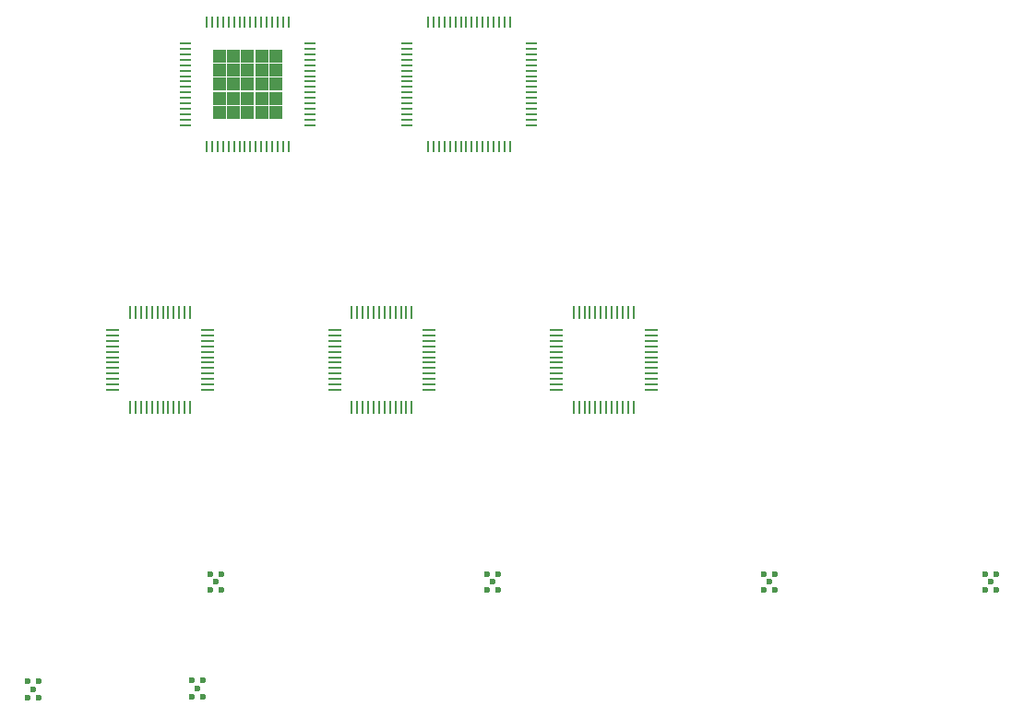
<source format=gbr>
G04 #@! TF.GenerationSoftware,KiCad,Pcbnew,(5.1.5)-3*
G04 #@! TF.CreationDate,2020-04-26T20:22:25+03:00*
G04 #@! TF.ProjectId,PCB soldering test board,50434220-736f-46c6-9465-72696e672074,rev?*
G04 #@! TF.SameCoordinates,Original*
G04 #@! TF.FileFunction,Copper,L2,Bot*
G04 #@! TF.FilePolarity,Positive*
%FSLAX46Y46*%
G04 Gerber Fmt 4.6, Leading zero omitted, Abs format (unit mm)*
G04 Created by KiCad (PCBNEW (5.1.5)-3) date 2020-04-26 20:22:25*
%MOMM*%
%LPD*%
G04 APERTURE LIST*
%ADD10R,1.300000X1.300000*%
%ADD11R,0.250000X1.000000*%
%ADD12R,1.000000X0.250000*%
%ADD13R,0.250000X1.300000*%
%ADD14R,1.300000X0.250000*%
%ADD15C,0.600000*%
G04 APERTURE END LIST*
D10*
X86762900Y-60905080D03*
X85462900Y-60905080D03*
X84162900Y-60905080D03*
X82862900Y-60905080D03*
X81562900Y-60905080D03*
X86762900Y-62205080D03*
X85462900Y-62205080D03*
X84162900Y-62205080D03*
X82862900Y-62205080D03*
X81562900Y-62205080D03*
X86762900Y-63505080D03*
X85462900Y-63505080D03*
X84162900Y-63505080D03*
X82862900Y-63505080D03*
X81562900Y-63505080D03*
X86762900Y-64805080D03*
X85462900Y-64805080D03*
X84162900Y-64805080D03*
X82862900Y-64805080D03*
X81562900Y-64805080D03*
X86762900Y-66105080D03*
X85462900Y-66105080D03*
X84162900Y-66105080D03*
X82862900Y-66105080D03*
X81562900Y-66105080D03*
D11*
X80412900Y-69205080D03*
X80912900Y-69205080D03*
X81412900Y-69205080D03*
X81912900Y-69205080D03*
X82412900Y-69205080D03*
X82912900Y-69205080D03*
X83412900Y-69205080D03*
X83912900Y-69205080D03*
X84412900Y-69205080D03*
X84912900Y-69205080D03*
X85412900Y-69205080D03*
X85912900Y-69205080D03*
X86412900Y-69205080D03*
X86912900Y-69205080D03*
X87412900Y-69205080D03*
X87912900Y-69205080D03*
D12*
X89862900Y-67255080D03*
X89862900Y-66755080D03*
X89862900Y-66255080D03*
X89862900Y-65755080D03*
X89862900Y-65255080D03*
X89862900Y-64755080D03*
X89862900Y-64255080D03*
X89862900Y-63755080D03*
X89862900Y-63255080D03*
X89862900Y-62755080D03*
X89862900Y-62255080D03*
X89862900Y-61755080D03*
X89862900Y-61255080D03*
X89862900Y-60755080D03*
X89862900Y-60255080D03*
X89862900Y-59755080D03*
D11*
X87912900Y-57805080D03*
X87412900Y-57805080D03*
X86912900Y-57805080D03*
X86412900Y-57805080D03*
X85912900Y-57805080D03*
X85412900Y-57805080D03*
X84912900Y-57805080D03*
X84412900Y-57805080D03*
X83912900Y-57805080D03*
X83412900Y-57805080D03*
X82912900Y-57805080D03*
X82412900Y-57805080D03*
X81912900Y-57805080D03*
X81412900Y-57805080D03*
X80912900Y-57805080D03*
X80412900Y-57805080D03*
D12*
X78462900Y-59755080D03*
X78462900Y-60255080D03*
X78462900Y-60755080D03*
X78462900Y-61255080D03*
X78462900Y-61755080D03*
X78462900Y-62255080D03*
X78462900Y-62755080D03*
X78462900Y-63255080D03*
X78462900Y-63755080D03*
X78462900Y-64255080D03*
X78462900Y-64755080D03*
X78462900Y-65255080D03*
X78462900Y-65755080D03*
X78462900Y-66255080D03*
X78462900Y-66755080D03*
X78462900Y-67255080D03*
D11*
X100732900Y-69205080D03*
X101232900Y-69205080D03*
X101732900Y-69205080D03*
X102232900Y-69205080D03*
X102732900Y-69205080D03*
X103232900Y-69205080D03*
X103732900Y-69205080D03*
X104232900Y-69205080D03*
X104732900Y-69205080D03*
X105232900Y-69205080D03*
X105732900Y-69205080D03*
X106232900Y-69205080D03*
X106732900Y-69205080D03*
X107232900Y-69205080D03*
X107732900Y-69205080D03*
X108232900Y-69205080D03*
D12*
X110182900Y-67255080D03*
X110182900Y-66755080D03*
X110182900Y-66255080D03*
X110182900Y-65755080D03*
X110182900Y-65255080D03*
X110182900Y-64755080D03*
X110182900Y-64255080D03*
X110182900Y-63755080D03*
X110182900Y-63255080D03*
X110182900Y-62755080D03*
X110182900Y-62255080D03*
X110182900Y-61755080D03*
X110182900Y-61255080D03*
X110182900Y-60755080D03*
X110182900Y-60255080D03*
X110182900Y-59755080D03*
D11*
X108232900Y-57805080D03*
X107732900Y-57805080D03*
X107232900Y-57805080D03*
X106732900Y-57805080D03*
X106232900Y-57805080D03*
X105732900Y-57805080D03*
X105232900Y-57805080D03*
X104732900Y-57805080D03*
X104232900Y-57805080D03*
X103732900Y-57805080D03*
X103232900Y-57805080D03*
X102732900Y-57805080D03*
X102232900Y-57805080D03*
X101732900Y-57805080D03*
X101232900Y-57805080D03*
X100732900Y-57805080D03*
D12*
X98782900Y-59755080D03*
X98782900Y-60255080D03*
X98782900Y-60755080D03*
X98782900Y-61255080D03*
X98782900Y-61755080D03*
X98782900Y-62255080D03*
X98782900Y-62755080D03*
X98782900Y-63255080D03*
X98782900Y-63755080D03*
X98782900Y-64255080D03*
X98782900Y-64755080D03*
X98782900Y-65255080D03*
X98782900Y-65755080D03*
X98782900Y-66255080D03*
X98782900Y-66755080D03*
X98782900Y-67255080D03*
D13*
X73381420Y-93176340D03*
X73881420Y-93176340D03*
X74381420Y-93176340D03*
X74881420Y-93176340D03*
X75381420Y-93176340D03*
X75881420Y-93176340D03*
X76381420Y-93176340D03*
X76881420Y-93176340D03*
X77381420Y-93176340D03*
X77881420Y-93176340D03*
X78381420Y-93176340D03*
X78881420Y-93176340D03*
D14*
X80481420Y-91576340D03*
X80481420Y-91076340D03*
X80481420Y-90576340D03*
X80481420Y-90076340D03*
X80481420Y-89576340D03*
X80481420Y-89076340D03*
X80481420Y-88576340D03*
X80481420Y-88076340D03*
X80481420Y-87576340D03*
X80481420Y-87076340D03*
X80481420Y-86576340D03*
X80481420Y-86076340D03*
D13*
X78881420Y-84476340D03*
X78381420Y-84476340D03*
X77881420Y-84476340D03*
X77381420Y-84476340D03*
X76881420Y-84476340D03*
X76381420Y-84476340D03*
X75881420Y-84476340D03*
X75381420Y-84476340D03*
X74881420Y-84476340D03*
X74381420Y-84476340D03*
X73881420Y-84476340D03*
X73381420Y-84476340D03*
D14*
X71781420Y-86076340D03*
X71781420Y-86576340D03*
X71781420Y-87076340D03*
X71781420Y-87576340D03*
X71781420Y-88076340D03*
X71781420Y-88576340D03*
X71781420Y-89076340D03*
X71781420Y-89576340D03*
X71781420Y-90076340D03*
X71781420Y-90576340D03*
X71781420Y-91076340D03*
X71781420Y-91576340D03*
D13*
X114074760Y-93176340D03*
X114574760Y-93176340D03*
X115074760Y-93176340D03*
X115574760Y-93176340D03*
X116074760Y-93176340D03*
X116574760Y-93176340D03*
X117074760Y-93176340D03*
X117574760Y-93176340D03*
X118074760Y-93176340D03*
X118574760Y-93176340D03*
X119074760Y-93176340D03*
X119574760Y-93176340D03*
D14*
X121174760Y-91576340D03*
X121174760Y-91076340D03*
X121174760Y-90576340D03*
X121174760Y-90076340D03*
X121174760Y-89576340D03*
X121174760Y-89076340D03*
X121174760Y-88576340D03*
X121174760Y-88076340D03*
X121174760Y-87576340D03*
X121174760Y-87076340D03*
X121174760Y-86576340D03*
X121174760Y-86076340D03*
D13*
X119574760Y-84476340D03*
X119074760Y-84476340D03*
X118574760Y-84476340D03*
X118074760Y-84476340D03*
X117574760Y-84476340D03*
X117074760Y-84476340D03*
X116574760Y-84476340D03*
X116074760Y-84476340D03*
X115574760Y-84476340D03*
X115074760Y-84476340D03*
X114574760Y-84476340D03*
X114074760Y-84476340D03*
D14*
X112474760Y-86076340D03*
X112474760Y-86576340D03*
X112474760Y-87076340D03*
X112474760Y-87576340D03*
X112474760Y-88076340D03*
X112474760Y-88576340D03*
X112474760Y-89076340D03*
X112474760Y-89576340D03*
X112474760Y-90076340D03*
X112474760Y-90576340D03*
X112474760Y-91076340D03*
X112474760Y-91576340D03*
D13*
X93729360Y-93176340D03*
X94229360Y-93176340D03*
X94729360Y-93176340D03*
X95229360Y-93176340D03*
X95729360Y-93176340D03*
X96229360Y-93176340D03*
X96729360Y-93176340D03*
X97229360Y-93176340D03*
X97729360Y-93176340D03*
X98229360Y-93176340D03*
X98729360Y-93176340D03*
X99229360Y-93176340D03*
D14*
X100829360Y-91576340D03*
X100829360Y-91076340D03*
X100829360Y-90576340D03*
X100829360Y-90076340D03*
X100829360Y-89576340D03*
X100829360Y-89076340D03*
X100829360Y-88576340D03*
X100829360Y-88076340D03*
X100829360Y-87576340D03*
X100829360Y-87076340D03*
X100829360Y-86576340D03*
X100829360Y-86076340D03*
D13*
X99229360Y-84476340D03*
X98729360Y-84476340D03*
X98229360Y-84476340D03*
X97729360Y-84476340D03*
X97229360Y-84476340D03*
X96729360Y-84476340D03*
X96229360Y-84476340D03*
X95729360Y-84476340D03*
X95229360Y-84476340D03*
X94729360Y-84476340D03*
X94229360Y-84476340D03*
X93729360Y-84476340D03*
D14*
X92129360Y-86076340D03*
X92129360Y-86576340D03*
X92129360Y-87076340D03*
X92129360Y-87576340D03*
X92129360Y-88076340D03*
X92129360Y-88576340D03*
X92129360Y-89076340D03*
X92129360Y-89576340D03*
X92129360Y-90076340D03*
X92129360Y-90576340D03*
X92129360Y-91076340D03*
X92129360Y-91576340D03*
D15*
X79080740Y-118251540D03*
X79080740Y-119751540D03*
X80080740Y-118251540D03*
X80080740Y-119751540D03*
X79580740Y-119001540D03*
X64472820Y-119098060D03*
X64972820Y-119848060D03*
X64972820Y-118348060D03*
X63972820Y-119848060D03*
X63972820Y-118348060D03*
X151900000Y-108470000D03*
X151900000Y-109970000D03*
X152900000Y-108470000D03*
X152900000Y-109970000D03*
X152400000Y-109220000D03*
X131580000Y-108470000D03*
X131580000Y-109970000D03*
X132580000Y-108470000D03*
X132580000Y-109970000D03*
X132080000Y-109220000D03*
X106180000Y-108470000D03*
X106180000Y-109970000D03*
X107180000Y-108470000D03*
X107180000Y-109970000D03*
X106680000Y-109220000D03*
X80780000Y-108470000D03*
X80780000Y-109970000D03*
X81780000Y-108470000D03*
X81780000Y-109970000D03*
X81280000Y-109220000D03*
M02*

</source>
